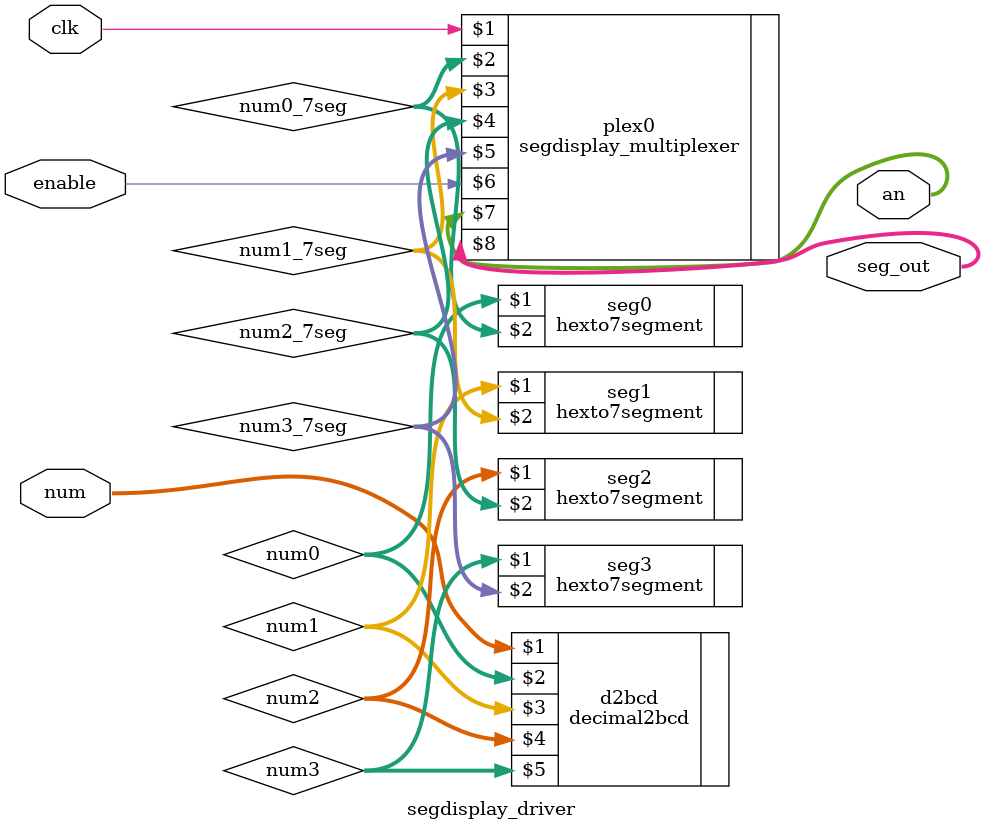
<source format=v>


module segdisplay_driver
    ( input  clk
    , input [15:0] num
    , input enable
    , output [3:0] an
    , output [6:0] seg_out
    );
    
    wire [3:0] num0, num1, num2, num3;
    
    wire [6:0] num0_7seg;
    wire [6:0] num1_7seg;
    wire [6:0] num2_7seg;
    wire [6:0] num3_7seg;
    
    decimal2bcd d2bcd(num, num0, num1, num2, num3);
   
    hexto7segment seg0(num0, num0_7seg);
    hexto7segment seg1(num1, num1_7seg);
    hexto7segment seg2(num2, num2_7seg);
    hexto7segment seg3(num3, num3_7seg);

    segdisplay_multiplexer plex0(clk,
        num0_7seg, num1_7seg, num2_7seg, num3_7seg, enable,
        an, seg_out);
    
endmodule
</source>
